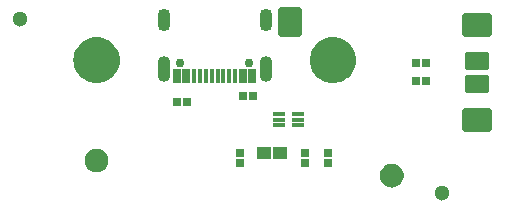
<source format=gbs>
G04*
G04 #@! TF.GenerationSoftware,Altium Limited,Altium Designer,23.11.1 (41)*
G04*
G04 Layer_Color=16711935*
%FSLAX25Y25*%
%MOIN*%
G70*
G04*
G04 #@! TF.SameCoordinates,84374296-2AA4-43A0-BDA8-580E4E68A88C*
G04*
G04*
G04 #@! TF.FilePolarity,Negative*
G04*
G01*
G75*
%ADD11C,0.05118*%
G04:AMPARAMS|DCode=12|XSize=80.06mil|YSize=99.75mil|CornerRadius=11.48mil|HoleSize=0mil|Usage=FLASHONLY|Rotation=270.000|XOffset=0mil|YOffset=0mil|HoleType=Round|Shape=RoundedRectangle|*
%AMROUNDEDRECTD12*
21,1,0.08006,0.07678,0,0,270.0*
21,1,0.05709,0.09975,0,0,270.0*
1,1,0.02297,-0.03839,-0.02855*
1,1,0.02297,-0.03839,0.02855*
1,1,0.02297,0.03839,0.02855*
1,1,0.02297,0.03839,-0.02855*
%
%ADD12ROUNDEDRECTD12*%
G04:AMPARAMS|DCode=13|XSize=80.06mil|YSize=99.75mil|CornerRadius=11.48mil|HoleSize=0mil|Usage=FLASHONLY|Rotation=180.000|XOffset=0mil|YOffset=0mil|HoleType=Round|Shape=RoundedRectangle|*
%AMROUNDEDRECTD13*
21,1,0.08006,0.07678,0,0,180.0*
21,1,0.05709,0.09975,0,0,180.0*
1,1,0.02297,-0.02855,0.03839*
1,1,0.02297,0.02855,0.03839*
1,1,0.02297,0.02855,-0.03839*
1,1,0.02297,-0.02855,-0.03839*
%
%ADD13ROUNDEDRECTD13*%
G04:AMPARAMS|DCode=14|XSize=61.64mil|YSize=81.32mil|CornerRadius=9.18mil|HoleSize=0mil|Usage=FLASHONLY|Rotation=270.000|XOffset=0mil|YOffset=0mil|HoleType=Round|Shape=RoundedRectangle|*
%AMROUNDEDRECTD14*
21,1,0.06164,0.06296,0,0,270.0*
21,1,0.04328,0.08132,0,0,270.0*
1,1,0.01836,-0.03148,-0.02164*
1,1,0.01836,-0.03148,0.02164*
1,1,0.01836,0.03148,0.02164*
1,1,0.01836,0.03148,-0.02164*
%
%ADD14ROUNDEDRECTD14*%
G04:AMPARAMS|DCode=15|XSize=43.31mil|YSize=74.8mil|CornerRadius=21.65mil|HoleSize=0mil|Usage=FLASHONLY|Rotation=0.000|XOffset=0mil|YOffset=0mil|HoleType=Round|Shape=RoundedRectangle|*
%AMROUNDEDRECTD15*
21,1,0.04331,0.03150,0,0,0.0*
21,1,0.00000,0.07480,0,0,0.0*
1,1,0.04331,0.00000,-0.01575*
1,1,0.04331,0.00000,-0.01575*
1,1,0.04331,0.00000,0.01575*
1,1,0.04331,0.00000,0.01575*
%
%ADD15ROUNDEDRECTD15*%
G04:AMPARAMS|DCode=16|XSize=43.31mil|YSize=86.61mil|CornerRadius=21.65mil|HoleSize=0mil|Usage=FLASHONLY|Rotation=0.000|XOffset=0mil|YOffset=0mil|HoleType=Round|Shape=RoundedRectangle|*
%AMROUNDEDRECTD16*
21,1,0.04331,0.04331,0,0,0.0*
21,1,0.00000,0.08661,0,0,0.0*
1,1,0.04331,0.00000,-0.02165*
1,1,0.04331,0.00000,-0.02165*
1,1,0.04331,0.00000,0.02165*
1,1,0.04331,0.00000,0.02165*
%
%ADD16ROUNDEDRECTD16*%
%ADD17C,0.02953*%
%ADD32R,0.03898X0.01181*%
%ADD37R,0.02756X0.02559*%
%ADD38R,0.02648X0.02816*%
%ADD39R,0.04748X0.04166*%
%ADD40R,0.01575X0.04921*%
%ADD41R,0.02756X0.04921*%
G36*
X31858Y19824D02*
X31871D01*
X31884Y19822D01*
X31896Y19821D01*
X31909Y19819D01*
X31922Y19817D01*
X32607Y19681D01*
X32619Y19678D01*
X32632Y19675D01*
X32644Y19671D01*
X32656Y19668D01*
X32668Y19663D01*
X32681Y19659D01*
X33325Y19391D01*
X33337Y19386D01*
X33349Y19381D01*
X33360Y19374D01*
X33372Y19369D01*
X33382Y19362D01*
X33394Y19355D01*
X33974Y18967D01*
X33984Y18959D01*
X33995Y18952D01*
X34005Y18944D01*
X34015Y18936D01*
X34024Y18927D01*
X34034Y18918D01*
X34527Y18425D01*
X34536Y18415D01*
X34545Y18406D01*
X34553Y18396D01*
X34561Y18386D01*
X34569Y18375D01*
X34576Y18365D01*
X34964Y17785D01*
X34971Y17773D01*
X34978Y17763D01*
X34984Y17751D01*
X34990Y17740D01*
X34995Y17728D01*
X35001Y17716D01*
X35268Y17071D01*
X35272Y17059D01*
X35277Y17047D01*
X35280Y17035D01*
X35284Y17023D01*
X35287Y17010D01*
X35290Y16997D01*
X35426Y16313D01*
X35428Y16300D01*
X35430Y16287D01*
X35431Y16274D01*
X35433Y16262D01*
Y16249D01*
X35434Y16236D01*
Y15887D01*
Y15538D01*
X35433Y15525D01*
Y15512D01*
X35431Y15499D01*
X35430Y15486D01*
X35428Y15474D01*
X35426Y15461D01*
X35290Y14776D01*
X35287Y14764D01*
X35284Y14751D01*
X35280Y14739D01*
X35277Y14727D01*
X35272Y14715D01*
X35268Y14702D01*
X35001Y14058D01*
X34995Y14046D01*
X34990Y14034D01*
X34984Y14023D01*
X34978Y14011D01*
X34971Y14001D01*
X34964Y13989D01*
X34576Y13409D01*
X34569Y13399D01*
X34561Y13388D01*
X34553Y13378D01*
X34545Y13368D01*
X34536Y13359D01*
X34527Y13349D01*
X34034Y12856D01*
X34024Y12847D01*
X34015Y12838D01*
X34005Y12830D01*
X33995Y12822D01*
X33984Y12814D01*
X33974Y12807D01*
X33394Y12419D01*
X33382Y12412D01*
X33372Y12405D01*
X33360Y12399D01*
X33349Y12393D01*
X33337Y12388D01*
X33325Y12382D01*
X32681Y12115D01*
X32668Y12111D01*
X32656Y12106D01*
X32644Y12103D01*
X32632Y12099D01*
X32619Y12096D01*
X32607Y12093D01*
X31922Y11957D01*
X31909Y11955D01*
X31896Y11952D01*
X31884Y11952D01*
X31871Y11950D01*
X31858D01*
X31845Y11949D01*
X31147D01*
X31134Y11950D01*
X31121D01*
X31108Y11952D01*
X31096Y11952D01*
X31083Y11955D01*
X31070Y11957D01*
X30386Y12093D01*
X30373Y12096D01*
X30360Y12099D01*
X30348Y12103D01*
X30336Y12106D01*
X30324Y12111D01*
X30312Y12115D01*
X29667Y12382D01*
X29655Y12388D01*
X29643Y12393D01*
X29632Y12399D01*
X29620Y12405D01*
X29610Y12412D01*
X29599Y12419D01*
X29018Y12807D01*
X29008Y12814D01*
X28997Y12822D01*
X28988Y12830D01*
X28977Y12838D01*
X28968Y12847D01*
X28958Y12856D01*
X28465Y13349D01*
X28456Y13359D01*
X28447Y13368D01*
X28439Y13378D01*
X28431Y13388D01*
X28424Y13399D01*
X28416Y13409D01*
X28028Y13989D01*
X28021Y14001D01*
X28014Y14011D01*
X28009Y14023D01*
X28002Y14034D01*
X27997Y14046D01*
X27992Y14058D01*
X27724Y14702D01*
X27720Y14715D01*
X27715Y14727D01*
X27712Y14739D01*
X27708Y14751D01*
X27705Y14764D01*
X27702Y14776D01*
X27566Y15461D01*
X27564Y15474D01*
X27562Y15486D01*
X27561Y15499D01*
X27559Y15512D01*
Y15525D01*
X27558Y15538D01*
Y15887D01*
Y16236D01*
X27559Y16249D01*
Y16262D01*
X27561Y16274D01*
X27562Y16287D01*
X27564Y16300D01*
X27566Y16313D01*
X27702Y16997D01*
X27705Y17010D01*
X27708Y17023D01*
X27712Y17035D01*
X27715Y17047D01*
X27720Y17059D01*
X27724Y17071D01*
X27992Y17716D01*
X27997Y17728D01*
X28002Y17740D01*
X28009Y17751D01*
X28014Y17763D01*
X28021Y17773D01*
X28028Y17785D01*
X28416Y18365D01*
X28424Y18375D01*
X28431Y18386D01*
X28439Y18395D01*
X28447Y18406D01*
X28456Y18415D01*
X28465Y18425D01*
X28958Y18918D01*
X28968Y18927D01*
X28977Y18936D01*
X28987Y18944D01*
X28997Y18952D01*
X29008Y18959D01*
X29018Y18967D01*
X29599Y19355D01*
X29610Y19361D01*
X29620Y19369D01*
X29632Y19374D01*
X29643Y19381D01*
X29655Y19386D01*
X29667Y19391D01*
X30312Y19659D01*
X30324Y19663D01*
X30336Y19668D01*
X30348Y19671D01*
X30360Y19675D01*
X30373Y19678D01*
X30386Y19681D01*
X31070Y19817D01*
X31083Y19819D01*
X31096Y19821D01*
X31108Y19822D01*
X31121Y19824D01*
X31134D01*
X31147Y19825D01*
X31845D01*
X31858Y19824D01*
D02*
G37*
G36*
X32226Y57029D02*
X32239D01*
X32252Y57027D01*
X32265Y57026D01*
X32278Y57024D01*
X32290Y57022D01*
X33698Y56742D01*
X33710Y56739D01*
X33723Y56736D01*
X33735Y56732D01*
X33747Y56729D01*
X33759Y56724D01*
X33772Y56720D01*
X35097Y56170D01*
X35109Y56165D01*
X35121Y56160D01*
X35132Y56153D01*
X35143Y56148D01*
X35154Y56141D01*
X35165Y56134D01*
X36358Y55337D01*
X36368Y55329D01*
X36379Y55322D01*
X36389Y55313D01*
X36399Y55305D01*
X36408Y55296D01*
X36418Y55288D01*
X37433Y54273D01*
X37441Y54264D01*
X37450Y54255D01*
X37458Y54244D01*
X37466Y54235D01*
X37474Y54224D01*
X37481Y54214D01*
X38279Y53021D01*
X38285Y53009D01*
X38292Y52999D01*
X38298Y52987D01*
X38304Y52976D01*
X38309Y52964D01*
X38315Y52952D01*
X38864Y51627D01*
X38868Y51615D01*
X38873Y51603D01*
X38877Y51590D01*
X38881Y51578D01*
X38883Y51565D01*
X38887Y51553D01*
X39167Y50146D01*
X39168Y50133D01*
X39171Y50120D01*
X39171Y50107D01*
X39173Y50095D01*
Y50082D01*
X39174Y50069D01*
Y49352D01*
Y48634D01*
X39173Y48621D01*
Y48608D01*
X39171Y48595D01*
X39171Y48583D01*
X39168Y48570D01*
X39167Y48557D01*
X38887Y47150D01*
X38883Y47137D01*
X38881Y47125D01*
X38877Y47113D01*
X38873Y47100D01*
X38868Y47088D01*
X38864Y47076D01*
X38315Y45750D01*
X38309Y45739D01*
X38304Y45727D01*
X38298Y45716D01*
X38292Y45704D01*
X38285Y45693D01*
X38279Y45682D01*
X37481Y44489D01*
X37474Y44479D01*
X37466Y44468D01*
X37458Y44459D01*
X37450Y44448D01*
X37441Y44439D01*
X37433Y44430D01*
X36418Y43415D01*
X36408Y43407D01*
X36399Y43397D01*
X36389Y43389D01*
X36379Y43381D01*
X36368Y43374D01*
X36358Y43366D01*
X35165Y42569D01*
X35154Y42562D01*
X35143Y42555D01*
X35132Y42549D01*
X35121Y42543D01*
X35109Y42538D01*
X35097Y42533D01*
X33772Y41983D01*
X33759Y41979D01*
X33747Y41974D01*
X33735Y41971D01*
X33723Y41967D01*
X33710Y41964D01*
X33698Y41961D01*
X32290Y41681D01*
X32278Y41679D01*
X32265Y41677D01*
X32252Y41676D01*
X32239Y41674D01*
X32226D01*
X32213Y41673D01*
X30779D01*
X30766Y41674D01*
X30753D01*
X30740Y41676D01*
X30727Y41677D01*
X30715Y41679D01*
X30702Y41681D01*
X29295Y41961D01*
X29282Y41964D01*
X29269Y41967D01*
X29257Y41971D01*
X29245Y41974D01*
X29233Y41979D01*
X29221Y41983D01*
X27895Y42533D01*
X27883Y42538D01*
X27872Y42543D01*
X27860Y42550D01*
X27849Y42555D01*
X27838Y42562D01*
X27827Y42569D01*
X26634Y43366D01*
X26624Y43374D01*
X26613Y43381D01*
X26603Y43389D01*
X26593Y43397D01*
X26584Y43407D01*
X26574Y43415D01*
X25560Y44430D01*
X25551Y44439D01*
X25542Y44448D01*
X25534Y44459D01*
X25526Y44468D01*
X25518Y44479D01*
X25511Y44489D01*
X24713Y45682D01*
X24707Y45693D01*
X24700Y45704D01*
X24694Y45716D01*
X24688Y45727D01*
X24683Y45739D01*
X24677Y45750D01*
X24128Y47076D01*
X24124Y47088D01*
X24119Y47100D01*
X24115Y47113D01*
X24111Y47125D01*
X24109Y47137D01*
X24105Y47150D01*
X23826Y48557D01*
X23824Y48570D01*
X23821Y48583D01*
X23821Y48595D01*
X23819Y48608D01*
Y48621D01*
X23818Y48634D01*
Y49352D01*
Y50069D01*
X23819Y50082D01*
Y50095D01*
X23821Y50107D01*
X23821Y50120D01*
X23824Y50133D01*
X23826Y50146D01*
X24105Y51553D01*
X24109Y51565D01*
X24111Y51578D01*
X24115Y51590D01*
X24119Y51603D01*
X24124Y51615D01*
X24128Y51627D01*
X24677Y52952D01*
X24683Y52964D01*
X24688Y52976D01*
X24694Y52987D01*
X24700Y52999D01*
X24707Y53009D01*
X24713Y53021D01*
X25511Y54214D01*
X25518Y54224D01*
X25526Y54235D01*
X25534Y54244D01*
X25542Y54255D01*
X25551Y54264D01*
X25560Y54273D01*
X26574Y55288D01*
X26584Y55296D01*
X26593Y55305D01*
X26603Y55313D01*
X26613Y55322D01*
X26624Y55329D01*
X26634Y55337D01*
X27827Y56134D01*
X27838Y56141D01*
X27849Y56148D01*
X27860Y56153D01*
X27872Y56160D01*
X27883Y56165D01*
X27895Y56170D01*
X29221Y56720D01*
X29233Y56724D01*
X29245Y56729D01*
X29257Y56732D01*
X29269Y56736D01*
X29282Y56739D01*
X29295Y56742D01*
X30702Y57022D01*
X30715Y57024D01*
X30727Y57026D01*
X30740Y57027D01*
X30753Y57029D01*
X30766D01*
X30779Y57029D01*
X32213D01*
X32226Y57029D01*
D02*
G37*
G36*
X130283Y14764D02*
X130296D01*
X130309Y14762D01*
X130322Y14761D01*
X130334Y14759D01*
X130347Y14757D01*
X131032Y14621D01*
X131044Y14617D01*
X131057Y14615D01*
X131069Y14611D01*
X131082Y14607D01*
X131094Y14603D01*
X131106Y14598D01*
X131751Y14331D01*
X131762Y14326D01*
X131774Y14321D01*
X131785Y14314D01*
X131797Y14309D01*
X131808Y14301D01*
X131819Y14295D01*
X132399Y13907D01*
X132409Y13899D01*
X132420Y13892D01*
X132430Y13883D01*
X132440Y13876D01*
X132449Y13867D01*
X132459Y13858D01*
X132952Y13364D01*
X132961Y13355D01*
X132970Y13346D01*
X132978Y13335D01*
X132986Y13326D01*
X132994Y13315D01*
X133002Y13305D01*
X133389Y12724D01*
X133396Y12713D01*
X133403Y12702D01*
X133409Y12691D01*
X133415Y12680D01*
X133420Y12668D01*
X133426Y12656D01*
X133693Y12011D01*
X133697Y11999D01*
X133702Y11987D01*
X133705Y11975D01*
X133710Y11962D01*
X133712Y11950D01*
X133715Y11937D01*
X133852Y11253D01*
X133853Y11240D01*
X133856Y11227D01*
X133857Y11214D01*
X133858Y11202D01*
Y11189D01*
X133859Y11176D01*
Y10827D01*
Y10478D01*
X133858Y10465D01*
Y10452D01*
X133857Y10439D01*
X133856Y10426D01*
X133853Y10414D01*
X133852Y10401D01*
X133715Y9716D01*
X133712Y9704D01*
X133710Y9691D01*
X133705Y9679D01*
X133702Y9666D01*
X133697Y9655D01*
X133693Y9642D01*
X133426Y8997D01*
X133420Y8986D01*
X133415Y8974D01*
X133409Y8963D01*
X133403Y8951D01*
X133396Y8940D01*
X133389Y8929D01*
X133002Y8349D01*
X132994Y8339D01*
X132986Y8328D01*
X132978Y8318D01*
X132970Y8308D01*
X132961Y8299D01*
X132952Y8289D01*
X132459Y7796D01*
X132449Y7787D01*
X132440Y7778D01*
X132430Y7770D01*
X132420Y7762D01*
X132409Y7754D01*
X132399Y7746D01*
X131819Y7359D01*
X131808Y7352D01*
X131797Y7345D01*
X131785Y7339D01*
X131774Y7333D01*
X131762Y7328D01*
X131751Y7322D01*
X131106Y7055D01*
X131094Y7051D01*
X131082Y7046D01*
X131069Y7043D01*
X131057Y7039D01*
X131044Y7036D01*
X131032Y7033D01*
X130347Y6897D01*
X130334Y6895D01*
X130322Y6892D01*
X130309Y6892D01*
X130296Y6890D01*
X130283D01*
X130270Y6889D01*
X129572D01*
X129559Y6890D01*
X129546D01*
X129534Y6892D01*
X129521Y6892D01*
X129508Y6895D01*
X129495Y6897D01*
X128811Y7033D01*
X128798Y7036D01*
X128786Y7039D01*
X128773Y7043D01*
X128761Y7046D01*
X128749Y7051D01*
X128737Y7055D01*
X128092Y7322D01*
X128080Y7328D01*
X128068Y7333D01*
X128057Y7339D01*
X128046Y7345D01*
X128035Y7352D01*
X128024Y7359D01*
X127443Y7746D01*
X127433Y7754D01*
X127422Y7762D01*
X127413Y7770D01*
X127402Y7778D01*
X127393Y7787D01*
X127383Y7796D01*
X126890Y8289D01*
X126882Y8299D01*
X126872Y8308D01*
X126865Y8318D01*
X126856Y8328D01*
X126849Y8339D01*
X126841Y8349D01*
X126453Y8929D01*
X126447Y8940D01*
X126439Y8951D01*
X126434Y8963D01*
X126427Y8974D01*
X126422Y8986D01*
X126417Y8997D01*
X126150Y9642D01*
X126146Y9655D01*
X126140Y9666D01*
X126137Y9679D01*
X126133Y9691D01*
X126130Y9704D01*
X126127Y9716D01*
X125991Y10401D01*
X125989Y10414D01*
X125987Y10426D01*
X125986Y10439D01*
X125984Y10452D01*
Y10465D01*
X125983Y10478D01*
Y10827D01*
Y11176D01*
X125984Y11189D01*
Y11202D01*
X125986Y11214D01*
X125987Y11227D01*
X125989Y11240D01*
X125991Y11253D01*
X126127Y11937D01*
X126130Y11950D01*
X126133Y11962D01*
X126137Y11975D01*
X126140Y11987D01*
X126146Y11999D01*
X126150Y12011D01*
X126417Y12656D01*
X126422Y12668D01*
X126427Y12680D01*
X126434Y12691D01*
X126439Y12702D01*
X126447Y12713D01*
X126453Y12724D01*
X126841Y13305D01*
X126849Y13315D01*
X126856Y13326D01*
X126865Y13335D01*
X126872Y13346D01*
X126882Y13355D01*
X126890Y13364D01*
X127383Y13858D01*
X127393Y13867D01*
X127402Y13876D01*
X127413Y13883D01*
X127422Y13892D01*
X127433Y13899D01*
X127443Y13907D01*
X128024Y14295D01*
X128035Y14301D01*
X128046Y14309D01*
X128057Y14314D01*
X128068Y14321D01*
X128080Y14326D01*
X128092Y14331D01*
X128737Y14598D01*
X128749Y14603D01*
X128761Y14607D01*
X128773Y14611D01*
X128786Y14615D01*
X128798Y14617D01*
X128811Y14621D01*
X129495Y14757D01*
X129508Y14759D01*
X129521Y14761D01*
X129534Y14762D01*
X129546Y14764D01*
X129559D01*
X129572Y14765D01*
X130270D01*
X130283Y14764D01*
D02*
G37*
G36*
X110967Y57029D02*
X110979D01*
X110992Y57027D01*
X111005Y57026D01*
X111018Y57024D01*
X111030Y57022D01*
X112438Y56742D01*
X112450Y56739D01*
X112463Y56736D01*
X112475Y56732D01*
X112487Y56729D01*
X112499Y56724D01*
X112512Y56720D01*
X113837Y56170D01*
X113849Y56165D01*
X113861Y56160D01*
X113872Y56153D01*
X113883Y56148D01*
X113894Y56141D01*
X113905Y56134D01*
X115098Y55337D01*
X115109Y55329D01*
X115119Y55322D01*
X115129Y55313D01*
X115139Y55305D01*
X115148Y55296D01*
X115158Y55288D01*
X116173Y54273D01*
X116181Y54264D01*
X116190Y54255D01*
X116198Y54244D01*
X116207Y54235D01*
X116214Y54224D01*
X116222Y54214D01*
X117019Y53021D01*
X117025Y53009D01*
X117032Y52999D01*
X117038Y52987D01*
X117045Y52976D01*
X117050Y52964D01*
X117055Y52952D01*
X117604Y51627D01*
X117608Y51615D01*
X117613Y51603D01*
X117617Y51590D01*
X117621Y51578D01*
X117623Y51565D01*
X117627Y51553D01*
X117907Y50146D01*
X117908Y50133D01*
X117911Y50120D01*
X117912Y50107D01*
X117913Y50095D01*
Y50082D01*
X117914Y50069D01*
Y49352D01*
Y48634D01*
X117913Y48621D01*
Y48608D01*
X117912Y48595D01*
X117911Y48583D01*
X117908Y48570D01*
X117907Y48557D01*
X117627Y47150D01*
X117623Y47137D01*
X117621Y47125D01*
X117617Y47113D01*
X117613Y47100D01*
X117608Y47088D01*
X117604Y47076D01*
X117055Y45750D01*
X117050Y45739D01*
X117045Y45727D01*
X117038Y45716D01*
X117032Y45704D01*
X117025Y45693D01*
X117019Y45682D01*
X116222Y44489D01*
X116214Y44479D01*
X116207Y44468D01*
X116198Y44459D01*
X116190Y44448D01*
X116181Y44439D01*
X116173Y44430D01*
X115158Y43415D01*
X115148Y43407D01*
X115139Y43397D01*
X115129Y43389D01*
X115119Y43381D01*
X115109Y43374D01*
X115098Y43366D01*
X113905Y42569D01*
X113894Y42562D01*
X113883Y42555D01*
X113872Y42550D01*
X113861Y42543D01*
X113849Y42538D01*
X113837Y42533D01*
X112512Y41983D01*
X112499Y41979D01*
X112487Y41974D01*
X112475Y41971D01*
X112463Y41967D01*
X112450Y41964D01*
X112438Y41961D01*
X111030Y41681D01*
X111018Y41679D01*
X111005Y41677D01*
X110992Y41676D01*
X110979Y41674D01*
X110967D01*
X110954Y41673D01*
X109519D01*
X109506Y41674D01*
X109493D01*
X109480Y41676D01*
X109467Y41677D01*
X109455Y41679D01*
X109442Y41681D01*
X108035Y41961D01*
X108022Y41964D01*
X108010Y41967D01*
X107997Y41971D01*
X107985Y41974D01*
X107973Y41979D01*
X107961Y41983D01*
X106635Y42533D01*
X106624Y42538D01*
X106612Y42543D01*
X106600Y42549D01*
X106589Y42555D01*
X106578Y42562D01*
X106567Y42569D01*
X105374Y43366D01*
X105364Y43374D01*
X105353Y43381D01*
X105343Y43389D01*
X105333Y43397D01*
X105324Y43407D01*
X105314Y43415D01*
X104300Y44430D01*
X104291Y44439D01*
X104282Y44448D01*
X104274Y44459D01*
X104266Y44468D01*
X104259Y44479D01*
X104251Y44489D01*
X103454Y45682D01*
X103447Y45693D01*
X103440Y45704D01*
X103434Y45716D01*
X103428Y45727D01*
X103423Y45739D01*
X103417Y45750D01*
X102868Y47076D01*
X102864Y47088D01*
X102859Y47100D01*
X102856Y47113D01*
X102851Y47125D01*
X102849Y47137D01*
X102846Y47150D01*
X102566Y48557D01*
X102564Y48570D01*
X102562Y48583D01*
X102561Y48595D01*
X102559Y48608D01*
Y48621D01*
X102558Y48634D01*
Y49352D01*
Y50069D01*
X102559Y50082D01*
Y50095D01*
X102561Y50107D01*
X102562Y50120D01*
X102564Y50133D01*
X102566Y50146D01*
X102846Y51553D01*
X102849Y51565D01*
X102851Y51578D01*
X102856Y51590D01*
X102859Y51603D01*
X102864Y51615D01*
X102868Y51627D01*
X103417Y52952D01*
X103423Y52964D01*
X103428Y52976D01*
X103434Y52987D01*
X103440Y52999D01*
X103447Y53009D01*
X103454Y53021D01*
X104251Y54214D01*
X104259Y54224D01*
X104266Y54235D01*
X104274Y54244D01*
X104282Y54255D01*
X104291Y54264D01*
X104300Y54273D01*
X105314Y55288D01*
X105324Y55296D01*
X105333Y55305D01*
X105343Y55313D01*
X105353Y55322D01*
X105364Y55329D01*
X105374Y55337D01*
X106567Y56134D01*
X106578Y56141D01*
X106589Y56148D01*
X106600Y56153D01*
X106612Y56160D01*
X106624Y56165D01*
X106635Y56170D01*
X107961Y56720D01*
X107973Y56724D01*
X107985Y56729D01*
X107997Y56732D01*
X108010Y56736D01*
X108022Y56739D01*
X108035Y56742D01*
X109442Y57022D01*
X109455Y57024D01*
X109467Y57026D01*
X109480Y57027D01*
X109493Y57029D01*
X109506D01*
X109519Y57029D01*
X110954D01*
X110967Y57029D01*
D02*
G37*
D11*
X146653Y4921D02*
D03*
X5906Y62992D02*
D03*
D12*
X158465Y29528D02*
D03*
Y61024D02*
D03*
D13*
X96014Y62008D02*
D03*
D14*
X158465Y41339D02*
D03*
Y49213D02*
D03*
D15*
X53858Y62854D02*
D03*
X87874D02*
D03*
D16*
X53858Y46398D02*
D03*
X87874D02*
D03*
D17*
X59488Y48366D02*
D03*
X82244D02*
D03*
D32*
X92303Y31496D02*
D03*
Y29528D02*
D03*
Y27559D02*
D03*
X98642D02*
D03*
Y29528D02*
D03*
Y31496D02*
D03*
D37*
X83563Y37402D02*
D03*
X80216D02*
D03*
X138091Y48228D02*
D03*
X141437D02*
D03*
X58169Y35433D02*
D03*
X61516D02*
D03*
X138091Y42323D02*
D03*
X141437D02*
D03*
D38*
X100878Y18475D02*
D03*
Y15100D02*
D03*
X79225Y18475D02*
D03*
Y15100D02*
D03*
X108752Y18475D02*
D03*
Y15100D02*
D03*
D39*
X92713Y18475D02*
D03*
X87390D02*
D03*
D40*
X63976Y44134D02*
D03*
X65945D02*
D03*
X67913D02*
D03*
X69882D02*
D03*
X71850D02*
D03*
X73819D02*
D03*
X75787D02*
D03*
X77756D02*
D03*
D41*
X61417D02*
D03*
X80315D02*
D03*
X58268D02*
D03*
X83464D02*
D03*
M02*

</source>
